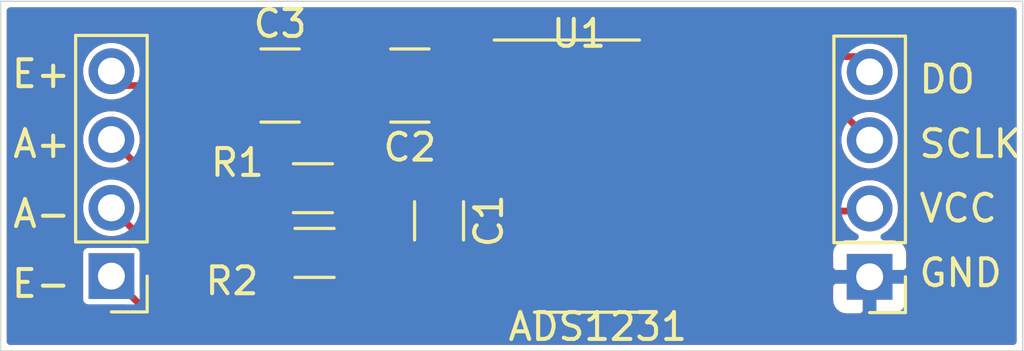
<source format=kicad_pcb>
(kicad_pcb (version 20171130) (host pcbnew 5.1.5+dfsg1-2build2)

  (general
    (thickness 1.6)
    (drawings 12)
    (tracks 59)
    (zones 0)
    (modules 8)
    (nets 13)
  )

  (page A4)
  (layers
    (0 F.Cu signal)
    (31 B.Cu signal)
    (32 B.Adhes user)
    (33 F.Adhes user)
    (34 B.Paste user)
    (35 F.Paste user)
    (36 B.SilkS user)
    (37 F.SilkS user)
    (38 B.Mask user)
    (39 F.Mask user hide)
    (40 Dwgs.User user)
    (41 Cmts.User user hide)
    (42 Eco1.User user hide)
    (43 Eco2.User user hide)
    (44 Edge.Cuts user)
    (45 Margin user)
    (46 B.CrtYd user)
    (47 F.CrtYd user)
    (48 B.Fab user)
    (49 F.Fab user)
  )

  (setup
    (last_trace_width 0.25)
    (trace_clearance 0.2)
    (zone_clearance 0.2)
    (zone_45_only no)
    (trace_min 0.2)
    (via_size 0.8)
    (via_drill 0.4)
    (via_min_size 0.4)
    (via_min_drill 0.3)
    (uvia_size 0.3)
    (uvia_drill 0.1)
    (uvias_allowed no)
    (uvia_min_size 0.2)
    (uvia_min_drill 0.1)
    (edge_width 0.05)
    (segment_width 0.2)
    (pcb_text_width 0.3)
    (pcb_text_size 1.5 1.5)
    (mod_edge_width 0.12)
    (mod_text_size 1 1)
    (mod_text_width 0.15)
    (pad_size 1.524 1.524)
    (pad_drill 0.762)
    (pad_to_mask_clearance 0)
    (aux_axis_origin 0 0)
    (visible_elements 7FFFFFFF)
    (pcbplotparams
      (layerselection 0x21000_ffffffff)
      (usegerberextensions false)
      (usegerberattributes true)
      (usegerberadvancedattributes true)
      (creategerberjobfile true)
      (excludeedgelayer true)
      (linewidth 0.100000)
      (plotframeref false)
      (viasonmask false)
      (mode 1)
      (useauxorigin false)
      (hpglpennumber 1)
      (hpglpenspeed 20)
      (hpglpendiameter 15.000000)
      (psnegative false)
      (psa4output false)
      (plotreference true)
      (plotvalue true)
      (plotinvisibletext false)
      (padsonsilk false)
      (subtractmaskfromsilk false)
      (outputformat 1)
      (mirror false)
      (drillshape 0)
      (scaleselection 1)
      (outputdirectory "fabric/"))
  )

  (net 0 "")
  (net 1 "Net-(C1-Pad2)")
  (net 2 "Net-(C1-Pad1)")
  (net 3 "Net-(C2-Pad1)")
  (net 4 "Net-(C2-Pad2)")
  (net 5 /E+)
  (net 6 GND)
  (net 7 /CLK)
  (net 8 /DO)
  (net 9 /E-)
  (net 10 /A+)
  (net 11 /A-)
  (net 12 "Net-(U1-Pad3)")

  (net_class Default "This is the default net class."
    (clearance 0.2)
    (trace_width 0.25)
    (via_dia 0.8)
    (via_drill 0.4)
    (uvia_dia 0.3)
    (uvia_drill 0.1)
    (add_net /A+)
    (add_net /A-)
    (add_net /CLK)
    (add_net /DO)
    (add_net /E+)
    (add_net /E-)
    (add_net "Net-(C1-Pad1)")
    (add_net "Net-(C1-Pad2)")
    (add_net "Net-(C2-Pad1)")
    (add_net "Net-(C2-Pad2)")
    (add_net "Net-(U1-Pad3)")
  )

  (net_class Alimentation ""
    (clearance 0.2)
    (trace_width 0.25)
    (via_dia 0.8)
    (via_drill 0.4)
    (uvia_dia 0.3)
    (uvia_drill 0.1)
    (add_net GND)
  )

  (module Connector_PinHeader_2.54mm:PinHeader_1x04_P2.54mm_Vertical (layer F.Cu) (tedit 59FED5CC) (tstamp 601DB20C)
    (at 47.117 98.219 180)
    (descr "Through hole straight pin header, 1x04, 2.54mm pitch, single row")
    (tags "Through hole pin header THT 1x04 2.54mm single row")
    (path /601CA642)
    (fp_text reference P1 (at -2.081 0.283) (layer F.SilkS) hide
      (effects (font (size 1 1) (thickness 0.15)))
    )
    (fp_text value " " (at 4.05 4.35) (layer F.SilkS) hide
      (effects (font (size 1 1) (thickness 0.15)))
    )
    (fp_text user %R (at -2.483 3.719) (layer F.Fab) hide
      (effects (font (size 1 1) (thickness 0.15)))
    )
    (fp_line (start -0.635 -1.27) (end 1.27 -1.27) (layer F.Fab) (width 0.1))
    (fp_line (start 1.27 -1.27) (end 1.27 8.89) (layer F.Fab) (width 0.1))
    (fp_line (start 1.27 8.89) (end -1.27 8.89) (layer F.Fab) (width 0.1))
    (fp_line (start -1.27 8.89) (end -1.27 -0.635) (layer F.Fab) (width 0.1))
    (fp_line (start -1.27 -0.635) (end -0.635 -1.27) (layer F.Fab) (width 0.1))
    (fp_line (start -1.33 8.95) (end 1.33 8.95) (layer F.SilkS) (width 0.12))
    (fp_line (start -1.33 1.27) (end -1.33 8.95) (layer F.SilkS) (width 0.12))
    (fp_line (start 1.33 1.27) (end 1.33 8.95) (layer F.SilkS) (width 0.12))
    (fp_line (start -1.33 1.27) (end 1.33 1.27) (layer F.SilkS) (width 0.12))
    (fp_line (start -1.33 0) (end -1.33 -1.33) (layer F.SilkS) (width 0.12))
    (fp_line (start -1.33 -1.33) (end 0 -1.33) (layer F.SilkS) (width 0.12))
    (fp_line (start -1.8 -1.8) (end -1.8 9.4) (layer F.CrtYd) (width 0.05))
    (fp_line (start -1.8 9.4) (end 1.8 9.4) (layer F.CrtYd) (width 0.05))
    (fp_line (start 1.8 9.4) (end 1.8 -1.8) (layer F.CrtYd) (width 0.05))
    (fp_line (start 1.8 -1.8) (end -1.8 -1.8) (layer F.CrtYd) (width 0.05))
    (pad 4 thru_hole oval (at 0 7.62 180) (size 1.7 1.7) (drill 1) (layers *.Cu *.Mask)
      (net 5 /E+))
    (pad 3 thru_hole oval (at 0 5.08 180) (size 1.7 1.7) (drill 1) (layers *.Cu *.Mask)
      (net 10 /A+))
    (pad 2 thru_hole oval (at 0 2.54 180) (size 1.7 1.7) (drill 1) (layers *.Cu *.Mask)
      (net 11 /A-))
    (pad 1 thru_hole rect (at 0 0 180) (size 1.7 1.7) (drill 1) (layers *.Cu *.Mask)
      (net 9 /E-))
    (model ${KISYS3DMOD}/Connector_PinHeader_2.54mm.3dshapes/PinHeader_1x04_P2.54mm_Vertical.wrl
      (at (xyz 0 0 0))
      (scale (xyz 1 1 1))
      (rotate (xyz 0 0 0))
    )
  )

  (module Connector_PinHeader_2.54mm:PinHeader_1x04_P2.54mm_Vertical locked (layer F.Cu) (tedit 59FED5CC) (tstamp 601C67D1)
    (at 75.311 98.244 180)
    (descr "Through hole straight pin header, 1x04, 2.54mm pitch, single row")
    (tags "Through hole pin header THT 1x04 2.54mm single row")
    (path /601C0F0B)
    (fp_text reference J1 (at 2.811 0.044) (layer F.Fab)
      (effects (font (size 1 1) (thickness 0.15)))
    )
    (fp_text value " " (at 4.05 4.35) (layer F.SilkS) hide
      (effects (font (size 1 1) (thickness 0.15)))
    )
    (fp_text user %R (at 2.211 8.444) (layer F.Fab)
      (effects (font (size 1 1) (thickness 0.15)))
    )
    (fp_line (start -0.635 -1.27) (end 1.27 -1.27) (layer F.Fab) (width 0.1))
    (fp_line (start 1.27 -1.27) (end 1.27 8.89) (layer F.Fab) (width 0.1))
    (fp_line (start 1.27 8.89) (end -1.27 8.89) (layer F.Fab) (width 0.1))
    (fp_line (start -1.27 8.89) (end -1.27 -0.635) (layer F.Fab) (width 0.1))
    (fp_line (start -1.27 -0.635) (end -0.635 -1.27) (layer F.Fab) (width 0.1))
    (fp_line (start -1.33 8.95) (end 1.33 8.95) (layer F.SilkS) (width 0.12))
    (fp_line (start -1.33 1.27) (end -1.33 8.95) (layer F.SilkS) (width 0.12))
    (fp_line (start 1.33 1.27) (end 1.33 8.95) (layer F.SilkS) (width 0.12))
    (fp_line (start -1.33 1.27) (end 1.33 1.27) (layer F.SilkS) (width 0.12))
    (fp_line (start -1.33 0) (end -1.33 -1.33) (layer F.SilkS) (width 0.12))
    (fp_line (start -1.33 -1.33) (end 0 -1.33) (layer F.SilkS) (width 0.12))
    (fp_line (start -1.8 -1.8) (end -1.8 9.4) (layer F.CrtYd) (width 0.05))
    (fp_line (start -1.8 9.4) (end 1.8 9.4) (layer F.CrtYd) (width 0.05))
    (fp_line (start 1.8 9.4) (end 1.8 -1.8) (layer F.CrtYd) (width 0.05))
    (fp_line (start 1.8 -1.8) (end -1.8 -1.8) (layer F.CrtYd) (width 0.05))
    (pad 4 thru_hole oval (at 0 7.62 180) (size 1.7 1.7) (drill 1) (layers *.Cu *.Mask)
      (net 8 /DO))
    (pad 3 thru_hole oval (at 0 5.08 180) (size 1.7 1.7) (drill 1) (layers *.Cu *.Mask)
      (net 7 /CLK))
    (pad 2 thru_hole oval (at 0 2.54 180) (size 1.7 1.7) (drill 1) (layers *.Cu *.Mask)
      (net 5 /E+))
    (pad 1 thru_hole rect (at 0 0 180) (size 1.7 1.7) (drill 1) (layers *.Cu *.Mask)
      (net 6 GND))
    (model ${KISYS3DMOD}/Connector_PinHeader_2.54mm.3dshapes/PinHeader_1x04_P2.54mm_Vertical.wrl
      (at (xyz 0 0 0))
      (scale (xyz 1 1 1))
      (rotate (xyz 0 0 0))
    )
  )

  (module Package_SO:SO-16_3.9x9.9mm_P1.27mm (layer F.Cu) (tedit 5E888720) (tstamp 602113F2)
    (at 64.8 94.5)
    (descr "SO, 16 Pin (https://www.nxp.com/docs/en/package-information/SOT109-1.pdf), generated with kicad-footprint-generator ipc_gullwing_generator.py")
    (tags "SO SO")
    (path /601C0034)
    (attr smd)
    (fp_text reference U1 (at -0.3 -5.3) (layer F.SilkS)
      (effects (font (size 1 1) (thickness 0.15)))
    )
    (fp_text value ADS1231 (at 0.4 5.6 180) (layer F.SilkS)
      (effects (font (size 1 1) (thickness 0.15)))
    )
    (fp_line (start 3.7 -5.2) (end -3.7 -5.2) (layer F.CrtYd) (width 0.05))
    (fp_line (start 3.7 5.2) (end 3.7 -5.2) (layer F.CrtYd) (width 0.05))
    (fp_line (start -3.7 5.2) (end 3.7 5.2) (layer F.CrtYd) (width 0.05))
    (fp_line (start -3.7 -5.2) (end -3.7 5.2) (layer F.CrtYd) (width 0.05))
    (fp_line (start -1.95 -3.975) (end -0.975 -4.95) (layer F.Fab) (width 0.1))
    (fp_line (start -1.95 4.95) (end -1.95 -3.975) (layer F.Fab) (width 0.1))
    (fp_line (start 1.95 4.95) (end -1.95 4.95) (layer F.Fab) (width 0.1))
    (fp_line (start 1.95 -4.95) (end 1.95 4.95) (layer F.Fab) (width 0.1))
    (fp_line (start -0.975 -4.95) (end 1.95 -4.95) (layer F.Fab) (width 0.1))
    (fp_line (start 0 -5.06) (end -3.45 -5.06) (layer F.SilkS) (width 0.12))
    (fp_line (start 0 -5.06) (end 1.95 -5.06) (layer F.SilkS) (width 0.12))
    (fp_line (start 0 5.06) (end -1.95 5.06) (layer F.SilkS) (width 0.12))
    (fp_line (start 0 5.06) (end 1.95 5.06) (layer F.SilkS) (width 0.12))
    (fp_text user %R (at 0 -0.025) (layer F.Fab)
      (effects (font (size 0.98 0.98) (thickness 0.15)))
    )
    (pad 1 smd roundrect (at -2.575 -4.445) (size 1.75 0.6) (layers F.Cu F.Paste F.Mask) (roundrect_rratio 0.25)
      (net 5 /E+))
    (pad 2 smd roundrect (at -2.575 -3.175) (size 1.75 0.6) (layers F.Cu F.Paste F.Mask) (roundrect_rratio 0.25)
      (net 6 GND))
    (pad 3 smd roundrect (at -2.575 -1.905) (size 1.75 0.6) (layers F.Cu F.Paste F.Mask) (roundrect_rratio 0.25)
      (net 12 "Net-(U1-Pad3)"))
    (pad 4 smd roundrect (at -2.575 -0.635) (size 1.75 0.6) (layers F.Cu F.Paste F.Mask) (roundrect_rratio 0.25)
      (net 6 GND))
    (pad 5 smd roundrect (at -2.575 0.635) (size 1.75 0.6) (layers F.Cu F.Paste F.Mask) (roundrect_rratio 0.25)
      (net 3 "Net-(C2-Pad1)"))
    (pad 6 smd roundrect (at -2.575 1.905) (size 1.75 0.6) (layers F.Cu F.Paste F.Mask) (roundrect_rratio 0.25)
      (net 4 "Net-(C2-Pad2)"))
    (pad 7 smd roundrect (at -2.575 3.175) (size 1.75 0.6) (layers F.Cu F.Paste F.Mask) (roundrect_rratio 0.25)
      (net 2 "Net-(C1-Pad1)"))
    (pad 8 smd roundrect (at -2.575 4.445) (size 1.75 0.6) (layers F.Cu F.Paste F.Mask) (roundrect_rratio 0.25)
      (net 1 "Net-(C1-Pad2)"))
    (pad 9 smd roundrect (at 2.575 4.445) (size 1.75 0.6) (layers F.Cu F.Paste F.Mask) (roundrect_rratio 0.25)
      (net 9 /E-))
    (pad 10 smd roundrect (at 2.575 3.175) (size 1.75 0.6) (layers F.Cu F.Paste F.Mask) (roundrect_rratio 0.25)
      (net 5 /E+))
    (pad 11 smd roundrect (at 2.575 1.905) (size 1.75 0.6) (layers F.Cu F.Paste F.Mask) (roundrect_rratio 0.25)
      (net 6 GND))
    (pad 12 smd roundrect (at 2.575 0.635) (size 1.75 0.6) (layers F.Cu F.Paste F.Mask) (roundrect_rratio 0.25)
      (net 9 /E-))
    (pad 13 smd roundrect (at 2.575 -0.635) (size 1.75 0.6) (layers F.Cu F.Paste F.Mask) (roundrect_rratio 0.25)
      (net 5 /E+))
    (pad 14 smd roundrect (at 2.575 -1.905) (size 1.75 0.6) (layers F.Cu F.Paste F.Mask) (roundrect_rratio 0.25)
      (net 5 /E+))
    (pad 15 smd roundrect (at 2.575 -3.175) (size 1.75 0.6) (layers F.Cu F.Paste F.Mask) (roundrect_rratio 0.25)
      (net 7 /CLK))
    (pad 16 smd roundrect (at 2.575 -4.445) (size 1.75 0.6) (layers F.Cu F.Paste F.Mask) (roundrect_rratio 0.25)
      (net 8 /DO))
    (model ${KISYS3DMOD}/Package_SO.3dshapes/SO-16_3.9x9.9mm_P1.27mm.wrl
      (at (xyz 0 0 0))
      (scale (xyz 1 1 1))
      (rotate (xyz 0 0 0))
    )
  )

  (module Capacitor_SMD:C_1210_3225Metric (layer F.Cu) (tedit 5F68FEEE) (tstamp 601DB13D)
    (at 58.215 91.132 180)
    (descr "Capacitor SMD 1210 (3225 Metric), square (rectangular) end terminal, IPC_7351 nominal, (Body size source: IPC-SM-782 page 76, https://www.pcb-3d.com/wordpress/wp-content/uploads/ipc-sm-782a_amendment_1_and_2.pdf), generated with kicad-footprint-generator")
    (tags capacitor)
    (path /601C89B4)
    (attr smd)
    (fp_text reference C2 (at 0 -2.3) (layer F.SilkS)
      (effects (font (size 1 1) (thickness 0.15)))
    )
    (fp_text value 0.1u (at 0 2.3) (layer F.Fab)
      (effects (font (size 1 1) (thickness 0.15)))
    )
    (fp_text user %R (at 0 0) (layer F.Fab)
      (effects (font (size 0.8 0.8) (thickness 0.12)))
    )
    (fp_line (start 2.3 1.6) (end -2.3 1.6) (layer F.CrtYd) (width 0.05))
    (fp_line (start 2.3 -1.6) (end 2.3 1.6) (layer F.CrtYd) (width 0.05))
    (fp_line (start -2.3 -1.6) (end 2.3 -1.6) (layer F.CrtYd) (width 0.05))
    (fp_line (start -2.3 1.6) (end -2.3 -1.6) (layer F.CrtYd) (width 0.05))
    (fp_line (start -0.711252 1.36) (end 0.711252 1.36) (layer F.SilkS) (width 0.12))
    (fp_line (start -0.711252 -1.36) (end 0.711252 -1.36) (layer F.SilkS) (width 0.12))
    (fp_line (start 1.6 1.25) (end -1.6 1.25) (layer F.Fab) (width 0.1))
    (fp_line (start 1.6 -1.25) (end 1.6 1.25) (layer F.Fab) (width 0.1))
    (fp_line (start -1.6 -1.25) (end 1.6 -1.25) (layer F.Fab) (width 0.1))
    (fp_line (start -1.6 1.25) (end -1.6 -1.25) (layer F.Fab) (width 0.1))
    (pad 2 smd roundrect (at 1.475 0 180) (size 1.15 2.7) (layers F.Cu F.Paste F.Mask) (roundrect_rratio 0.2173904347826087)
      (net 4 "Net-(C2-Pad2)"))
    (pad 1 smd roundrect (at -1.475 0 180) (size 1.15 2.7) (layers F.Cu F.Paste F.Mask) (roundrect_rratio 0.2173904347826087)
      (net 3 "Net-(C2-Pad1)"))
    (model ${KISYS3DMOD}/Capacitor_SMD.3dshapes/C_1210_3225Metric.wrl
      (at (xyz 0 0 0))
      (scale (xyz 1 1 1))
      (rotate (xyz 0 0 0))
    )
  )

  (module Capacitor_SMD:C_1206_3216Metric (layer F.Cu) (tedit 5F68FEEE) (tstamp 601C6790)
    (at 59.3 96.163 270)
    (descr "Capacitor SMD 1206 (3216 Metric), square (rectangular) end terminal, IPC_7351 nominal, (Body size source: IPC-SM-782 page 76, https://www.pcb-3d.com/wordpress/wp-content/uploads/ipc-sm-782a_amendment_1_and_2.pdf), generated with kicad-footprint-generator")
    (tags capacitor)
    (path /601D33F5)
    (attr smd)
    (fp_text reference C1 (at 0 -1.85 90) (layer F.SilkS)
      (effects (font (size 1 1) (thickness 0.15)))
    )
    (fp_text value 0.1u (at 3.137 0.2 180) (layer F.Fab)
      (effects (font (size 1 1) (thickness 0.15)))
    )
    (fp_text user %R (at -0.05 0.05 90) (layer F.Fab)
      (effects (font (size 0.8 0.8) (thickness 0.12)))
    )
    (fp_line (start 2.3 1.15) (end -2.3 1.15) (layer F.CrtYd) (width 0.05))
    (fp_line (start 2.3 -1.15) (end 2.3 1.15) (layer F.CrtYd) (width 0.05))
    (fp_line (start -2.3 -1.15) (end 2.3 -1.15) (layer F.CrtYd) (width 0.05))
    (fp_line (start -2.3 1.15) (end -2.3 -1.15) (layer F.CrtYd) (width 0.05))
    (fp_line (start -0.711252 0.91) (end 0.711252 0.91) (layer F.SilkS) (width 0.12))
    (fp_line (start -0.711252 -0.91) (end 0.711252 -0.91) (layer F.SilkS) (width 0.12))
    (fp_line (start 1.6 0.8) (end -1.6 0.8) (layer F.Fab) (width 0.1))
    (fp_line (start 1.6 -0.8) (end 1.6 0.8) (layer F.Fab) (width 0.1))
    (fp_line (start -1.6 -0.8) (end 1.6 -0.8) (layer F.Fab) (width 0.1))
    (fp_line (start -1.6 0.8) (end -1.6 -0.8) (layer F.Fab) (width 0.1))
    (pad 2 smd roundrect (at 1.475 0 270) (size 1.15 1.8) (layers F.Cu F.Paste F.Mask) (roundrect_rratio 0.2173904347826087)
      (net 1 "Net-(C1-Pad2)"))
    (pad 1 smd roundrect (at -1.475 0 270) (size 1.15 1.8) (layers F.Cu F.Paste F.Mask) (roundrect_rratio 0.2173904347826087)
      (net 2 "Net-(C1-Pad1)"))
    (model ${KISYS3DMOD}/Capacitor_SMD.3dshapes/C_1206_3216Metric.wrl
      (at (xyz 0 0 0))
      (scale (xyz 1 1 1))
      (rotate (xyz 0 0 0))
    )
  )

  (module Resistor_SMD:R_1206_3216Metric (layer F.Cu) (tedit 5F68FEEE) (tstamp 601C6808)
    (at 54.6115 94.95 180)
    (descr "Resistor SMD 1206 (3216 Metric), square (rectangular) end terminal, IPC_7351 nominal, (Body size source: IPC-SM-782 page 72, https://www.pcb-3d.com/wordpress/wp-content/uploads/ipc-sm-782a_amendment_1_and_2.pdf), generated with kicad-footprint-generator")
    (tags resistor)
    (path /601C2210)
    (attr smd)
    (fp_text reference R1 (at 2.8115 0.95) (layer F.SilkS)
      (effects (font (size 1 1) (thickness 0.15)))
    )
    (fp_text value 100 (at 1.4115 1.45) (layer F.Fab)
      (effects (font (size 1 1) (thickness 0.15)))
    )
    (fp_text user %R (at 0 0) (layer F.Fab)
      (effects (font (size 0.8 0.8) (thickness 0.12)))
    )
    (fp_line (start -1.6 0.8) (end -1.6 -0.8) (layer F.Fab) (width 0.1))
    (fp_line (start -1.6 -0.8) (end 1.6 -0.8) (layer F.Fab) (width 0.1))
    (fp_line (start 1.6 -0.8) (end 1.6 0.8) (layer F.Fab) (width 0.1))
    (fp_line (start 1.6 0.8) (end -1.6 0.8) (layer F.Fab) (width 0.1))
    (fp_line (start -0.727064 -0.91) (end 0.727064 -0.91) (layer F.SilkS) (width 0.12))
    (fp_line (start -0.727064 0.91) (end 0.727064 0.91) (layer F.SilkS) (width 0.12))
    (fp_line (start -2.28 1.12) (end -2.28 -1.12) (layer F.CrtYd) (width 0.05))
    (fp_line (start -2.28 -1.12) (end 2.28 -1.12) (layer F.CrtYd) (width 0.05))
    (fp_line (start 2.28 -1.12) (end 2.28 1.12) (layer F.CrtYd) (width 0.05))
    (fp_line (start 2.28 1.12) (end -2.28 1.12) (layer F.CrtYd) (width 0.05))
    (pad 1 smd roundrect (at -1.4625 0 180) (size 1.125 1.75) (layers F.Cu F.Paste F.Mask) (roundrect_rratio 0.2222204444444444)
      (net 2 "Net-(C1-Pad1)"))
    (pad 2 smd roundrect (at 1.4625 0 180) (size 1.125 1.75) (layers F.Cu F.Paste F.Mask) (roundrect_rratio 0.2222204444444444)
      (net 10 /A+))
    (model ${KISYS3DMOD}/Resistor_SMD.3dshapes/R_1206_3216Metric.wrl
      (at (xyz 0 0 0))
      (scale (xyz 1 1 1))
      (rotate (xyz 0 0 0))
    )
  )

  (module Resistor_SMD:R_1206_3216Metric (layer F.Cu) (tedit 5F68FEEE) (tstamp 601C6819)
    (at 54.6715 97.355 180)
    (descr "Resistor SMD 1206 (3216 Metric), square (rectangular) end terminal, IPC_7351 nominal, (Body size source: IPC-SM-782 page 72, https://www.pcb-3d.com/wordpress/wp-content/uploads/ipc-sm-782a_amendment_1_and_2.pdf), generated with kicad-footprint-generator")
    (tags resistor)
    (path /601D1ECF)
    (attr smd)
    (fp_text reference R2 (at 3.0715 -1.045) (layer F.SilkS)
      (effects (font (size 1 1) (thickness 0.15)))
    )
    (fp_text value 100 (at 1.3715 -1.845) (layer F.Fab)
      (effects (font (size 1 1) (thickness 0.15)))
    )
    (fp_text user %R (at 0 0) (layer F.Fab)
      (effects (font (size 0.8 0.8) (thickness 0.12)))
    )
    (fp_line (start 2.28 1.12) (end -2.28 1.12) (layer F.CrtYd) (width 0.05))
    (fp_line (start 2.28 -1.12) (end 2.28 1.12) (layer F.CrtYd) (width 0.05))
    (fp_line (start -2.28 -1.12) (end 2.28 -1.12) (layer F.CrtYd) (width 0.05))
    (fp_line (start -2.28 1.12) (end -2.28 -1.12) (layer F.CrtYd) (width 0.05))
    (fp_line (start -0.727064 0.91) (end 0.727064 0.91) (layer F.SilkS) (width 0.12))
    (fp_line (start -0.727064 -0.91) (end 0.727064 -0.91) (layer F.SilkS) (width 0.12))
    (fp_line (start 1.6 0.8) (end -1.6 0.8) (layer F.Fab) (width 0.1))
    (fp_line (start 1.6 -0.8) (end 1.6 0.8) (layer F.Fab) (width 0.1))
    (fp_line (start -1.6 -0.8) (end 1.6 -0.8) (layer F.Fab) (width 0.1))
    (fp_line (start -1.6 0.8) (end -1.6 -0.8) (layer F.Fab) (width 0.1))
    (pad 2 smd roundrect (at 1.4625 0 180) (size 1.125 1.75) (layers F.Cu F.Paste F.Mask) (roundrect_rratio 0.2222204444444444)
      (net 11 /A-))
    (pad 1 smd roundrect (at -1.4625 0 180) (size 1.125 1.75) (layers F.Cu F.Paste F.Mask) (roundrect_rratio 0.2222204444444444)
      (net 1 "Net-(C1-Pad2)"))
    (model ${KISYS3DMOD}/Resistor_SMD.3dshapes/R_1206_3216Metric.wrl
      (at (xyz 0 0 0))
      (scale (xyz 1 1 1))
      (rotate (xyz 0 0 0))
    )
  )

  (module Capacitor_SMD:C_1210_3225Metric (layer F.Cu) (tedit 5F68FEEE) (tstamp 601DB14D)
    (at 53.389 91.132)
    (descr "Capacitor SMD 1210 (3225 Metric), square (rectangular) end terminal, IPC_7351 nominal, (Body size source: IPC-SM-782 page 76, https://www.pcb-3d.com/wordpress/wp-content/uploads/ipc-sm-782a_amendment_1_and_2.pdf), generated with kicad-footprint-generator")
    (tags capacitor)
    (path /601CCF04)
    (attr smd)
    (fp_text reference C3 (at 0 -2.3) (layer F.SilkS)
      (effects (font (size 1 1) (thickness 0.15)))
    )
    (fp_text value 100n (at 0.111 -2.332 180) (layer F.Fab)
      (effects (font (size 1 1) (thickness 0.15)))
    )
    (fp_text user %R (at 0 0 270) (layer F.Fab)
      (effects (font (size 0.8 0.8) (thickness 0.12)))
    )
    (fp_line (start -1.6 1.25) (end -1.6 -1.25) (layer F.Fab) (width 0.1))
    (fp_line (start -1.6 -1.25) (end 1.6 -1.25) (layer F.Fab) (width 0.1))
    (fp_line (start 1.6 -1.25) (end 1.6 1.25) (layer F.Fab) (width 0.1))
    (fp_line (start 1.6 1.25) (end -1.6 1.25) (layer F.Fab) (width 0.1))
    (fp_line (start -0.711252 -1.36) (end 0.711252 -1.36) (layer F.SilkS) (width 0.12))
    (fp_line (start -0.711252 1.36) (end 0.711252 1.36) (layer F.SilkS) (width 0.12))
    (fp_line (start -2.3 1.6) (end -2.3 -1.6) (layer F.CrtYd) (width 0.05))
    (fp_line (start -2.3 -1.6) (end 2.3 -1.6) (layer F.CrtYd) (width 0.05))
    (fp_line (start 2.3 -1.6) (end 2.3 1.6) (layer F.CrtYd) (width 0.05))
    (fp_line (start 2.3 1.6) (end -2.3 1.6) (layer F.CrtYd) (width 0.05))
    (pad 1 smd roundrect (at -1.475 0) (size 1.15 2.7) (layers F.Cu F.Paste F.Mask) (roundrect_rratio 0.2173904347826087)
      (net 5 /E+))
    (pad 2 smd roundrect (at 1.475 0) (size 1.15 2.7) (layers F.Cu F.Paste F.Mask) (roundrect_rratio 0.2173904347826087)
      (net 6 GND))
    (model ${KISYS3DMOD}/Capacitor_SMD.3dshapes/C_1210_3225Metric.wrl
      (at (xyz 0 0 0))
      (scale (xyz 1 1 1))
      (rotate (xyz 0 0 0))
    )
  )

  (gr_text GND (at 78.695238 98.1) (layer F.SilkS) (tstamp 6022B7AF)
    (effects (font (size 1 1) (thickness 0.15)))
  )
  (gr_text VCC (at 78.6 95.7) (layer F.SilkS) (tstamp 6022B7AD)
    (effects (font (size 1 1) (thickness 0.15)))
  )
  (gr_text SCLK (at 79.052381 93.3) (layer F.SilkS) (tstamp 6022B7AB)
    (effects (font (size 1 1) (thickness 0.15)))
  )
  (gr_text DO (at 78.195238 90.9) (layer F.SilkS) (tstamp 6022B7A9)
    (effects (font (size 1 1) (thickness 0.15)))
  )
  (gr_text E- (at 44.5 98.5) (layer F.SilkS) (tstamp 6022B7A0)
    (effects (font (size 1 1) (thickness 0.15)))
  )
  (gr_text A- (at 44.52381 95.9) (layer F.SilkS) (tstamp 6022B79D)
    (effects (font (size 1 1) (thickness 0.15)))
  )
  (gr_text A+ (at 44.52381 93.3) (layer F.SilkS) (tstamp 6022B79B)
    (effects (font (size 1 1) (thickness 0.15)))
  )
  (gr_text E+ (at 44.5 90.7) (layer F.SilkS)
    (effects (font (size 1 1) (thickness 0.15)))
  )
  (gr_line (start 81 88) (end 43 88) (layer Edge.Cuts) (width 0.05) (tstamp 60225444))
  (gr_line (start 81 101) (end 81 88) (layer Edge.Cuts) (width 0.05) (tstamp 6022AA98))
  (gr_line (start 43 101) (end 81 101) (layer Edge.Cuts) (width 0.05))
  (gr_line (start 43 88) (end 43 101) (layer Edge.Cuts) (width 0.05))

  (segment (start 60.607 98.945) (end 59.3 97.638) (width 0.25) (layer F.Cu) (net 1))
  (segment (start 62.225 98.945) (end 60.607 98.945) (width 0.25) (layer F.Cu) (net 1))
  (segment (start 56.417 97.638) (end 56.134 97.355) (width 0.25) (layer F.Cu) (net 1))
  (segment (start 59.3 97.638) (end 56.417 97.638) (width 0.25) (layer F.Cu) (net 1))
  (segment (start 59.3 95.84981) (end 59.3 94.688) (width 0.25) (layer F.Cu) (net 2))
  (segment (start 61.12519 97.675) (end 59.3 95.84981) (width 0.25) (layer F.Cu) (net 2))
  (segment (start 62.225 97.675) (end 61.12519 97.675) (width 0.25) (layer F.Cu) (net 2))
  (segment (start 56.336 94.688) (end 56.074 94.95) (width 0.25) (layer F.Cu) (net 2))
  (segment (start 59.3 94.688) (end 56.336 94.688) (width 0.25) (layer F.Cu) (net 2))
  (segment (start 62.225 95.135) (end 61.35 95.135) (width 0.25) (layer F.Cu) (net 3))
  (segment (start 61.35 95.135) (end 60.975021 94.760021) (width 0.25) (layer F.Cu) (net 3))
  (segment (start 60.975021 94.760021) (end 60.975021 92.417021) (width 0.25) (layer F.Cu) (net 3))
  (segment (start 60.975021 92.417021) (end 59.69 91.132) (width 0.25) (layer F.Cu) (net 3))
  (segment (start 59.2072 92.80701) (end 58.41501 92.80701) (width 0.25) (layer F.Cu) (net 4))
  (segment (start 58.41501 92.80701) (end 56.74 91.132) (width 0.25) (layer F.Cu) (net 4))
  (segment (start 60.52501 94.12482) (end 59.2072 92.80701) (width 0.25) (layer F.Cu) (net 4))
  (segment (start 62.225 96.405) (end 61.35 96.405) (width 0.25) (layer F.Cu) (net 4))
  (segment (start 61.35 96.405) (end 60.52501 95.58001) (width 0.25) (layer F.Cu) (net 4))
  (segment (start 60.52501 95.58001) (end 60.52501 94.12482) (width 0.25) (layer F.Cu) (net 4))
  (segment (start 47.65 91.132) (end 47.117 90.599) (width 0.25) (layer F.Cu) (net 5))
  (segment (start 51.914 91.132) (end 47.65 91.132) (width 0.25) (layer F.Cu) (net 5))
  (segment (start 67.375 92.595) (end 67.375 93.865) (width 0.25) (layer F.Cu) (net 5))
  (segment (start 51.914 91.132) (end 53.946 89.1) (width 0.25) (layer F.Cu) (net 5))
  (segment (start 61.27 89.1) (end 61.935 89.765) (width 0.25) (layer F.Cu) (net 5))
  (segment (start 53.946 89.1) (end 61.27 89.1) (width 0.25) (layer F.Cu) (net 5))
  (segment (start 62.225 90.055) (end 61.935 89.765) (width 0.25) (layer F.Cu) (net 5))
  (segment (start 62.225 90.055) (end 63.455 90.055) (width 0.25) (layer F.Cu) (net 5))
  (segment (start 65.995 92.595) (end 66.495 92.595) (width 0.25) (layer F.Cu) (net 5))
  (segment (start 63.455 90.055) (end 65.995 92.595) (width 0.25) (layer F.Cu) (net 5))
  (segment (start 67.375 92.595) (end 66.495 92.595) (width 0.25) (layer F.Cu) (net 5))
  (segment (start 67.375 97.675) (end 68.725 97.675) (width 0.25) (layer F.Cu) (net 5))
  (segment (start 68.725 97.675) (end 69.1 97.3) (width 0.25) (layer F.Cu) (net 5))
  (segment (start 75.215 95.8) (end 75.311 95.704) (width 0.25) (layer F.Cu) (net 5))
  (segment (start 69.1 95.8) (end 75.215 95.8) (width 0.25) (layer F.Cu) (net 5))
  (segment (start 69.1 97.3) (end 69.1 95.8) (width 0.25) (layer F.Cu) (net 5))
  (segment (start 67.375 93.865) (end 68.565 93.865) (width 0.25) (layer F.Cu) (net 5))
  (segment (start 69.1 94.4) (end 69.1 94.9) (width 0.25) (layer F.Cu) (net 5))
  (segment (start 68.565 93.865) (end 69.1 94.4) (width 0.25) (layer F.Cu) (net 5))
  (segment (start 69.1 95.8) (end 69.1 94.9) (width 0.25) (layer F.Cu) (net 5))
  (segment (start 71.059 91.325) (end 67.375 91.325) (width 0.25) (layer F.Cu) (net 7))
  (segment (start 73.472 91.325) (end 75.311 93.164) (width 0.25) (layer F.Cu) (net 7))
  (segment (start 67.375 91.325) (end 73.472 91.325) (width 0.25) (layer F.Cu) (net 7))
  (segment (start 74.742 90.055) (end 75.311 90.624) (width 0.25) (layer F.Cu) (net 8))
  (segment (start 67.375 90.055) (end 74.742 90.055) (width 0.25) (layer F.Cu) (net 8))
  (segment (start 48.46801 99.57001) (end 47.117 98.219) (width 0.25) (layer F.Cu) (net 9))
  (segment (start 67.375 98.945) (end 67.245 98.945) (width 0.25) (layer F.Cu) (net 9))
  (segment (start 67.375 98.945) (end 65.845 98.945) (width 0.25) (layer F.Cu) (net 9))
  (segment (start 65.845 98.945) (end 65.3 98.4) (width 0.25) (layer F.Cu) (net 9))
  (segment (start 65.865 95.135) (end 67.375 95.135) (width 0.25) (layer F.Cu) (net 9))
  (segment (start 65.3 95.7) (end 65.865 95.135) (width 0.25) (layer F.Cu) (net 9))
  (segment (start 64.02999 99.57001) (end 65.3 98.3) (width 0.25) (layer F.Cu) (net 9))
  (segment (start 63.42999 99.57001) (end 64.02999 99.57001) (width 0.25) (layer F.Cu) (net 9))
  (segment (start 65.3 98.3) (end 65.3 95.7) (width 0.25) (layer F.Cu) (net 9))
  (segment (start 65.3 98.4) (end 65.3 98.3) (width 0.25) (layer F.Cu) (net 9))
  (segment (start 63.42999 99.57001) (end 48.46801 99.57001) (width 0.25) (layer F.Cu) (net 9))
  (segment (start 48.928 94.95) (end 47.117 93.139) (width 0.25) (layer F.Cu) (net 10))
  (segment (start 53.149 94.95) (end 48.928 94.95) (width 0.25) (layer F.Cu) (net 10))
  (segment (start 48.793 97.355) (end 47.117 95.679) (width 0.25) (layer F.Cu) (net 11))
  (segment (start 53.209 97.355) (end 48.793 97.355) (width 0.25) (layer F.Cu) (net 11))

  (zone (net 6) (net_name GND) (layer F.Cu) (tstamp 6022C12B) (hatch edge 0.508)
    (connect_pads (clearance 0.2))
    (min_thickness 0.254)
    (fill yes (arc_segments 32) (thermal_gap 0.508) (thermal_bridge_width 0.508))
    (polygon
      (pts
        (xy 81 101) (xy 43 101) (xy 43 88) (xy 81 88)
      )
    )
    (filled_polygon
      (pts
        (xy 80.648 100.648) (xy 43.352 100.648) (xy 43.352 97.369) (xy 45.938418 97.369) (xy 45.938418 99.069)
        (xy 45.944732 99.133103) (xy 45.96343 99.194743) (xy 45.993794 99.25155) (xy 46.034657 99.301343) (xy 46.08445 99.342206)
        (xy 46.141257 99.37257) (xy 46.202897 99.391268) (xy 46.267 99.397582) (xy 47.656358 99.397582) (xy 48.132691 99.873915)
        (xy 48.146851 99.891169) (xy 48.215677 99.947653) (xy 48.2942 99.989624) (xy 48.379402 100.01547) (xy 48.46801 100.024197)
        (xy 48.490215 100.02201) (xy 64.007785 100.02201) (xy 64.02999 100.024197) (xy 64.052195 100.02201) (xy 64.118597 100.01547)
        (xy 64.2038 99.989624) (xy 64.282323 99.947653) (xy 64.351149 99.891169) (xy 64.365313 99.87391) (xy 65.25 98.989224)
        (xy 65.509685 99.24891) (xy 65.523841 99.266159) (xy 65.592667 99.322643) (xy 65.67119 99.364614) (xy 65.736562 99.384444)
        (xy 65.756392 99.39046) (xy 65.844999 99.399187) (xy 65.867204 99.397) (xy 66.281711 99.397) (xy 66.311591 99.433409)
        (xy 66.384114 99.492926) (xy 66.466855 99.537152) (xy 66.556633 99.564386) (xy 66.65 99.573582) (xy 68.1 99.573582)
        (xy 68.193367 99.564386) (xy 68.283145 99.537152) (xy 68.365886 99.492926) (xy 68.438409 99.433409) (xy 68.497926 99.360886)
        (xy 68.542152 99.278145) (xy 68.569386 99.188367) (xy 68.578582 99.095) (xy 68.578582 99.094) (xy 73.822928 99.094)
        (xy 73.835188 99.218482) (xy 73.871498 99.33818) (xy 73.930463 99.448494) (xy 74.009815 99.545185) (xy 74.106506 99.624537)
        (xy 74.21682 99.683502) (xy 74.336518 99.719812) (xy 74.461 99.732072) (xy 75.02525 99.729) (xy 75.184 99.57025)
        (xy 75.184 98.371) (xy 75.438 98.371) (xy 75.438 99.57025) (xy 75.59675 99.729) (xy 76.161 99.732072)
        (xy 76.285482 99.719812) (xy 76.40518 99.683502) (xy 76.515494 99.624537) (xy 76.612185 99.545185) (xy 76.691537 99.448494)
        (xy 76.750502 99.33818) (xy 76.786812 99.218482) (xy 76.799072 99.094) (xy 76.796 98.52975) (xy 76.63725 98.371)
        (xy 75.438 98.371) (xy 75.184 98.371) (xy 73.98475 98.371) (xy 73.826 98.52975) (xy 73.822928 99.094)
        (xy 68.578582 99.094) (xy 68.578582 98.795) (xy 68.569386 98.701633) (xy 68.542152 98.611855) (xy 68.497926 98.529114)
        (xy 68.438409 98.456591) (xy 68.365886 98.397074) (xy 68.283145 98.352848) (xy 68.193367 98.325614) (xy 68.1 98.316418)
        (xy 66.65 98.316418) (xy 66.556633 98.325614) (xy 66.466855 98.352848) (xy 66.384114 98.397074) (xy 66.311591 98.456591)
        (xy 66.281711 98.493) (xy 66.032224 98.493) (xy 65.752 98.212776) (xy 65.752 95.887223) (xy 66.052224 95.587)
        (xy 66.13023 95.587) (xy 66.048815 95.653815) (xy 65.969463 95.750506) (xy 65.910498 95.86082) (xy 65.874188 95.980518)
        (xy 65.861928 96.105) (xy 65.865 96.11925) (xy 66.02375 96.278) (xy 67.248 96.278) (xy 67.248 96.258)
        (xy 67.502 96.258) (xy 67.502 96.278) (xy 67.522 96.278) (xy 67.522 96.532) (xy 67.502 96.532)
        (xy 67.502 96.552) (xy 67.248 96.552) (xy 67.248 96.532) (xy 66.02375 96.532) (xy 65.865 96.69075)
        (xy 65.861928 96.705) (xy 65.874188 96.829482) (xy 65.910498 96.94918) (xy 65.969463 97.059494) (xy 66.048815 97.156185)
        (xy 66.145506 97.235537) (xy 66.238194 97.285081) (xy 66.207848 97.341855) (xy 66.180614 97.431633) (xy 66.171418 97.525)
        (xy 66.171418 97.825) (xy 66.180614 97.918367) (xy 66.207848 98.008145) (xy 66.252074 98.090886) (xy 66.311591 98.163409)
        (xy 66.384114 98.222926) (xy 66.466855 98.267152) (xy 66.556633 98.294386) (xy 66.65 98.303582) (xy 68.1 98.303582)
        (xy 68.193367 98.294386) (xy 68.283145 98.267152) (xy 68.365886 98.222926) (xy 68.438409 98.163409) (xy 68.468289 98.127)
        (xy 68.702795 98.127) (xy 68.725 98.129187) (xy 68.747205 98.127) (xy 68.813607 98.12046) (xy 68.89881 98.094614)
        (xy 68.977333 98.052643) (xy 69.046159 97.996159) (xy 69.060323 97.9789) (xy 69.403911 97.635314) (xy 69.421159 97.621159)
        (xy 69.477643 97.552333) (xy 69.519614 97.47381) (xy 69.535128 97.422667) (xy 69.54546 97.388608) (xy 69.554187 97.300001)
        (xy 69.552 97.277796) (xy 69.552 96.252) (xy 74.264013 96.252) (xy 74.267956 96.261519) (xy 74.396764 96.454294)
        (xy 74.560706 96.618236) (xy 74.753481 96.747044) (xy 74.77911 96.75766) (xy 74.461 96.755928) (xy 74.336518 96.768188)
        (xy 74.21682 96.804498) (xy 74.106506 96.863463) (xy 74.009815 96.942815) (xy 73.930463 97.039506) (xy 73.871498 97.14982)
        (xy 73.835188 97.269518) (xy 73.822928 97.394) (xy 73.826 97.95825) (xy 73.98475 98.117) (xy 75.184 98.117)
        (xy 75.184 98.097) (xy 75.438 98.097) (xy 75.438 98.117) (xy 76.63725 98.117) (xy 76.796 97.95825)
        (xy 76.799072 97.394) (xy 76.786812 97.269518) (xy 76.750502 97.14982) (xy 76.691537 97.039506) (xy 76.612185 96.942815)
        (xy 76.515494 96.863463) (xy 76.40518 96.804498) (xy 76.285482 96.768188) (xy 76.161 96.755928) (xy 75.84289 96.75766)
        (xy 75.868519 96.747044) (xy 76.061294 96.618236) (xy 76.225236 96.454294) (xy 76.354044 96.261519) (xy 76.442769 96.047318)
        (xy 76.488 95.819924) (xy 76.488 95.588076) (xy 76.442769 95.360682) (xy 76.354044 95.146481) (xy 76.225236 94.953706)
        (xy 76.061294 94.789764) (xy 75.868519 94.660956) (xy 75.654318 94.572231) (xy 75.426924 94.527) (xy 75.195076 94.527)
        (xy 74.967682 94.572231) (xy 74.753481 94.660956) (xy 74.560706 94.789764) (xy 74.396764 94.953706) (xy 74.267956 95.146481)
        (xy 74.184484 95.348) (xy 69.552 95.348) (xy 69.552 94.422204) (xy 69.554187 94.399999) (xy 69.54546 94.311392)
        (xy 69.532414 94.268386) (xy 69.519614 94.22619) (xy 69.477643 94.147667) (xy 69.421159 94.078841) (xy 69.403911 94.064686)
        (xy 68.900323 93.5611) (xy 68.886159 93.543841) (xy 68.817333 93.487357) (xy 68.73881 93.445386) (xy 68.653607 93.41954)
        (xy 68.587205 93.413) (xy 68.565 93.410813) (xy 68.542795 93.413) (xy 68.468289 93.413) (xy 68.438409 93.376591)
        (xy 68.365886 93.317074) (xy 68.283145 93.272848) (xy 68.193367 93.245614) (xy 68.1 93.236418) (xy 67.827 93.236418)
        (xy 67.827 93.223582) (xy 68.1 93.223582) (xy 68.193367 93.214386) (xy 68.283145 93.187152) (xy 68.365886 93.142926)
        (xy 68.438409 93.083409) (xy 68.497926 93.010886) (xy 68.542152 92.928145) (xy 68.569386 92.838367) (xy 68.578582 92.745)
        (xy 68.578582 92.445) (xy 68.569386 92.351633) (xy 68.542152 92.261855) (xy 68.497926 92.179114) (xy 68.438409 92.106591)
        (xy 68.365886 92.047074) (xy 68.283145 92.002848) (xy 68.193367 91.975614) (xy 68.1 91.966418) (xy 66.65 91.966418)
        (xy 66.556633 91.975614) (xy 66.466855 92.002848) (xy 66.384114 92.047074) (xy 66.311591 92.106591) (xy 66.281711 92.143)
        (xy 66.182225 92.143) (xy 65.214225 91.175) (xy 66.171418 91.175) (xy 66.171418 91.475) (xy 66.180614 91.568367)
        (xy 66.207848 91.658145) (xy 66.252074 91.740886) (xy 66.311591 91.813409) (xy 66.384114 91.872926) (xy 66.466855 91.917152)
        (xy 66.556633 91.944386) (xy 66.65 91.953582) (xy 68.1 91.953582) (xy 68.193367 91.944386) (xy 68.283145 91.917152)
        (xy 68.365886 91.872926) (xy 68.438409 91.813409) (xy 68.468289 91.777) (xy 73.284777 91.777) (xy 74.222939 92.715162)
        (xy 74.179231 92.820682) (xy 74.134 93.048076) (xy 74.134 93.279924) (xy 74.179231 93.507318) (xy 74.267956 93.721519)
        (xy 74.396764 93.914294) (xy 74.560706 94.078236) (xy 74.753481 94.207044) (xy 74.967682 94.295769) (xy 75.195076 94.341)
        (xy 75.426924 94.341) (xy 75.654318 94.295769) (xy 75.868519 94.207044) (xy 76.061294 94.078236) (xy 76.225236 93.914294)
        (xy 76.354044 93.721519) (xy 76.442769 93.507318) (xy 76.488 93.279924) (xy 76.488 93.048076) (xy 76.442769 92.820682)
        (xy 76.354044 92.606481) (xy 76.225236 92.413706) (xy 76.061294 92.249764) (xy 75.868519 92.120956) (xy 75.654318 92.032231)
        (xy 75.426924 91.987) (xy 75.195076 91.987) (xy 74.967682 92.032231) (xy 74.862162 92.075939) (xy 73.807323 91.0211)
        (xy 73.793159 91.003841) (xy 73.724333 90.947357) (xy 73.64581 90.905386) (xy 73.560607 90.87954) (xy 73.494205 90.873)
        (xy 73.472 90.870813) (xy 73.449795 90.873) (xy 68.468289 90.873) (xy 68.438409 90.836591) (xy 68.365886 90.777074)
        (xy 68.283145 90.732848) (xy 68.193367 90.705614) (xy 68.1 90.696418) (xy 66.65 90.696418) (xy 66.556633 90.705614)
        (xy 66.466855 90.732848) (xy 66.384114 90.777074) (xy 66.311591 90.836591) (xy 66.252074 90.909114) (xy 66.207848 90.991855)
        (xy 66.180614 91.081633) (xy 66.171418 91.175) (xy 65.214225 91.175) (xy 63.944224 89.905) (xy 66.171418 89.905)
        (xy 66.171418 90.205) (xy 66.180614 90.298367) (xy 66.207848 90.388145) (xy 66.252074 90.470886) (xy 66.311591 90.543409)
        (xy 66.384114 90.602926) (xy 66.466855 90.647152) (xy 66.556633 90.674386) (xy 66.65 90.683582) (xy 68.1 90.683582)
        (xy 68.193367 90.674386) (xy 68.283145 90.647152) (xy 68.365886 90.602926) (xy 68.438409 90.543409) (xy 68.468289 90.507)
        (xy 74.134214 90.507) (xy 74.134 90.508076) (xy 74.134 90.739924) (xy 74.179231 90.967318) (xy 74.267956 91.181519)
        (xy 74.396764 91.374294) (xy 74.560706 91.538236) (xy 74.753481 91.667044) (xy 74.967682 91.755769) (xy 75.195076 91.801)
        (xy 75.426924 91.801) (xy 75.654318 91.755769) (xy 75.868519 91.667044) (xy 76.061294 91.538236) (xy 76.225236 91.374294)
        (xy 76.354044 91.181519) (xy 76.442769 90.967318) (xy 76.488 90.739924) (xy 76.488 90.508076) (xy 76.442769 90.280682)
        (xy 76.354044 90.066481) (xy 76.225236 89.873706) (xy 76.061294 89.709764) (xy 75.868519 89.580956) (xy 75.654318 89.492231)
        (xy 75.426924 89.447) (xy 75.195076 89.447) (xy 74.967682 89.492231) (xy 74.753481 89.580956) (xy 74.72061 89.60292)
        (xy 74.719795 89.603) (xy 68.468289 89.603) (xy 68.438409 89.566591) (xy 68.365886 89.507074) (xy 68.283145 89.462848)
        (xy 68.193367 89.435614) (xy 68.1 89.426418) (xy 66.65 89.426418) (xy 66.556633 89.435614) (xy 66.466855 89.462848)
        (xy 66.384114 89.507074) (xy 66.311591 89.566591) (xy 66.252074 89.639114) (xy 66.207848 89.721855) (xy 66.180614 89.811633)
        (xy 66.171418 89.905) (xy 63.944224 89.905) (xy 63.790323 89.7511) (xy 63.776159 89.733841) (xy 63.707333 89.677357)
        (xy 63.62881 89.635386) (xy 63.543607 89.60954) (xy 63.477205 89.603) (xy 63.455 89.600813) (xy 63.432795 89.603)
        (xy 63.318289 89.603) (xy 63.288409 89.566591) (xy 63.215886 89.507074) (xy 63.133145 89.462848) (xy 63.043367 89.435614)
        (xy 62.95 89.426418) (xy 62.235642 89.426418) (xy 61.605323 88.7961) (xy 61.591159 88.778841) (xy 61.522333 88.722357)
        (xy 61.44381 88.680386) (xy 61.358607 88.65454) (xy 61.292205 88.648) (xy 61.27 88.645813) (xy 61.247795 88.648)
        (xy 53.968205 88.648) (xy 53.946 88.645813) (xy 53.857392 88.65454) (xy 53.77219 88.680386) (xy 53.693667 88.722357)
        (xy 53.624841 88.778841) (xy 53.610681 88.796095) (xy 52.709322 89.697455) (xy 52.64812 89.62288) (xy 52.560443 89.550926)
        (xy 52.460414 89.49746) (xy 52.351877 89.464535) (xy 52.239001 89.453418) (xy 51.588999 89.453418) (xy 51.476123 89.464535)
        (xy 51.367586 89.49746) (xy 51.267557 89.550926) (xy 51.17988 89.62288) (xy 51.107926 89.710557) (xy 51.05446 89.810586)
        (xy 51.021535 89.919123) (xy 51.010418 90.031999) (xy 51.010418 90.68) (xy 48.294 90.68) (xy 48.294 90.483076)
        (xy 48.248769 90.255682) (xy 48.160044 90.041481) (xy 48.031236 89.848706) (xy 47.867294 89.684764) (xy 47.674519 89.555956)
        (xy 47.460318 89.467231) (xy 47.232924 89.422) (xy 47.001076 89.422) (xy 46.773682 89.467231) (xy 46.559481 89.555956)
        (xy 46.366706 89.684764) (xy 46.202764 89.848706) (xy 46.073956 90.041481) (xy 45.985231 90.255682) (xy 45.94 90.483076)
        (xy 45.94 90.714924) (xy 45.985231 90.942318) (xy 46.073956 91.156519) (xy 46.202764 91.349294) (xy 46.366706 91.513236)
        (xy 46.559481 91.642044) (xy 46.773682 91.730769) (xy 47.001076 91.776) (xy 47.232924 91.776) (xy 47.460318 91.730769)
        (xy 47.674519 91.642044) (xy 47.761388 91.584) (xy 51.010418 91.584) (xy 51.010418 92.232001) (xy 51.021535 92.344877)
        (xy 51.05446 92.453414) (xy 51.107926 92.553443) (xy 51.17988 92.64112) (xy 51.267557 92.713074) (xy 51.367586 92.76654)
        (xy 51.476123 92.799465) (xy 51.588999 92.810582) (xy 52.239001 92.810582) (xy 52.351877 92.799465) (xy 52.460414 92.76654)
        (xy 52.560443 92.713074) (xy 52.64812 92.64112) (xy 52.720074 92.553443) (xy 52.75826 92.482) (xy 53.650928 92.482)
        (xy 53.663188 92.606482) (xy 53.699498 92.72618) (xy 53.758463 92.836494) (xy 53.837815 92.933185) (xy 53.934506 93.012537)
        (xy 54.04482 93.071502) (xy 54.164518 93.107812) (xy 54.289 93.120072) (xy 54.57825 93.117) (xy 54.737 92.95825)
        (xy 54.737 91.259) (xy 53.81275 91.259) (xy 53.654 91.41775) (xy 53.650928 92.482) (xy 52.75826 92.482)
        (xy 52.77354 92.453414) (xy 52.806465 92.344877) (xy 52.817582 92.232001) (xy 52.817582 90.867641) (xy 53.651654 90.03357)
        (xy 53.654 90.84625) (xy 53.81275 91.005) (xy 54.737 91.005) (xy 54.737 90.985) (xy 54.991 90.985)
        (xy 54.991 91.005) (xy 55.011 91.005) (xy 55.011 91.259) (xy 54.991 91.259) (xy 54.991 92.95825)
        (xy 55.14975 93.117) (xy 55.439 93.120072) (xy 55.563482 93.107812) (xy 55.68318 93.071502) (xy 55.793494 93.012537)
        (xy 55.890185 92.933185) (xy 55.969537 92.836494) (xy 56.028502 92.72618) (xy 56.044652 92.672939) (xy 56.093557 92.713074)
        (xy 56.193586 92.76654) (xy 56.302123 92.799465) (xy 56.414999 92.810582) (xy 57.065001 92.810582) (xy 57.177877 92.799465)
        (xy 57.286414 92.76654) (xy 57.386443 92.713074) (xy 57.47412 92.64112) (xy 57.535321 92.566545) (xy 58.079691 93.110915)
        (xy 58.093851 93.128169) (xy 58.162677 93.184653) (xy 58.211045 93.210506) (xy 58.2412 93.226624) (xy 58.326402 93.25247)
        (xy 58.41501 93.261197) (xy 58.437215 93.25901) (xy 59.019977 93.25901) (xy 59.545385 93.784418) (xy 58.649999 93.784418)
        (xy 58.537123 93.795535) (xy 58.428586 93.82846) (xy 58.328557 93.881926) (xy 58.24088 93.95388) (xy 58.168926 94.041557)
        (xy 58.11546 94.141586) (xy 58.086819 94.236) (xy 56.956317 94.236) (xy 56.953965 94.212123) (xy 56.92104 94.103585)
        (xy 56.867574 94.003556) (xy 56.79562 93.91588) (xy 56.707944 93.843926) (xy 56.607915 93.79046) (xy 56.499377 93.757535)
        (xy 56.386502 93.746418) (xy 55.761498 93.746418) (xy 55.648623 93.757535) (xy 55.540085 93.79046) (xy 55.440056 93.843926)
        (xy 55.35238 93.91588) (xy 55.280426 94.003556) (xy 55.22696 94.103585) (xy 55.194035 94.212123) (xy 55.182918 94.324998)
        (xy 55.182918 95.575002) (xy 55.194035 95.687877) (xy 55.22696 95.796415) (xy 55.280426 95.896444) (xy 55.35238 95.98412)
        (xy 55.440056 96.056074) (xy 55.540085 96.10954) (xy 55.648623 96.142465) (xy 55.761498 96.153582) (xy 55.799526 96.153582)
        (xy 55.708623 96.162535) (xy 55.600085 96.19546) (xy 55.500056 96.248926) (xy 55.41238 96.32088) (xy 55.340426 96.408556)
        (xy 55.28696 96.508585) (xy 55.254035 96.617123) (xy 55.242918 96.729998) (xy 55.242918 97.980002) (xy 55.254035 98.092877)
        (xy 55.28696 98.201415) (xy 55.340426 98.301444) (xy 55.41238 98.38912) (xy 55.500056 98.461074) (xy 55.600085 98.51454)
        (xy 55.708623 98.547465) (xy 55.821498 98.558582) (xy 56.446502 98.558582) (xy 56.559377 98.547465) (xy 56.667915 98.51454)
        (xy 56.767944 98.461074) (xy 56.85562 98.38912) (xy 56.927574 98.301444) (xy 56.98104 98.201415) (xy 57.013965 98.092877)
        (xy 57.014248 98.09) (xy 58.086819 98.09) (xy 58.11546 98.184414) (xy 58.168926 98.284443) (xy 58.24088 98.37212)
        (xy 58.328557 98.444074) (xy 58.428586 98.49754) (xy 58.537123 98.530465) (xy 58.649999 98.541582) (xy 59.564358 98.541582)
        (xy 60.140785 99.11801) (xy 48.655234 99.11801) (xy 48.295582 98.758358) (xy 48.295582 97.496806) (xy 48.457681 97.658905)
        (xy 48.471841 97.676159) (xy 48.540667 97.732643) (xy 48.617181 97.77354) (xy 48.61919 97.774614) (xy 48.704392 97.80046)
        (xy 48.793 97.809187) (xy 48.815205 97.807) (xy 52.317918 97.807) (xy 52.317918 97.980002) (xy 52.329035 98.092877)
        (xy 52.36196 98.201415) (xy 52.415426 98.301444) (xy 52.48738 98.38912) (xy 52.575056 98.461074) (xy 52.675085 98.51454)
        (xy 52.783623 98.547465) (xy 52.896498 98.558582) (xy 53.521502 98.558582) (xy 53.634377 98.547465) (xy 53.742915 98.51454)
        (xy 53.842944 98.461074) (xy 53.93062 98.38912) (xy 54.002574 98.301444) (xy 54.05604 98.201415) (xy 54.088965 98.092877)
        (xy 54.100082 97.980002) (xy 54.100082 96.729998) (xy 54.088965 96.617123) (xy 54.05604 96.508585) (xy 54.002574 96.408556)
        (xy 53.93062 96.32088) (xy 53.842944 96.248926) (xy 53.742915 96.19546) (xy 53.634377 96.162535) (xy 53.521502 96.151418)
        (xy 53.483474 96.151418) (xy 53.574377 96.142465) (xy 53.682915 96.10954) (xy 53.782944 96.056074) (xy 53.87062 95.98412)
        (xy 53.942574 95.896444) (xy 53.99604 95.796415) (xy 54.028965 95.687877) (xy 54.040082 95.575002) (xy 54.040082 94.324998)
        (xy 54.028965 94.212123) (xy 53.99604 94.103585) (xy 53.942574 94.003556) (xy 53.87062 93.91588) (xy 53.782944 93.843926)
        (xy 53.682915 93.79046) (xy 53.574377 93.757535) (xy 53.461502 93.746418) (xy 52.836498 93.746418) (xy 52.723623 93.757535)
        (xy 52.615085 93.79046) (xy 52.515056 93.843926) (xy 52.42738 93.91588) (xy 52.355426 94.003556) (xy 52.30196 94.103585)
        (xy 52.269035 94.212123) (xy 52.257918 94.324998) (xy 52.257918 94.498) (xy 49.115224 94.498) (xy 48.205061 93.587838)
        (xy 48.248769 93.482318) (xy 48.294 93.254924) (xy 48.294 93.023076) (xy 48.248769 92.795682) (xy 48.160044 92.581481)
        (xy 48.031236 92.388706) (xy 47.867294 92.224764) (xy 47.674519 92.095956) (xy 47.460318 92.007231) (xy 47.232924 91.962)
        (xy 47.001076 91.962) (xy 46.773682 92.007231) (xy 46.559481 92.095956) (xy 46.366706 92.224764) (xy 46.202764 92.388706)
        (xy 46.073956 92.581481) (xy 45.985231 92.795682) (xy 45.94 93.023076) (xy 45.94 93.254924) (xy 45.985231 93.482318)
        (xy 46.073956 93.696519) (xy 46.202764 93.889294) (xy 46.366706 94.053236) (xy 46.559481 94.182044) (xy 46.773682 94.270769)
        (xy 47.001076 94.316) (xy 47.232924 94.316) (xy 47.460318 94.270769) (xy 47.565838 94.227061) (xy 48.592681 95.253905)
        (xy 48.606841 95.271159) (xy 48.675667 95.327643) (xy 48.732166 95.357842) (xy 48.75419 95.369614) (xy 48.839392 95.39546)
        (xy 48.928 95.404187) (xy 48.950205 95.402) (xy 52.257918 95.402) (xy 52.257918 95.575002) (xy 52.269035 95.687877)
        (xy 52.30196 95.796415) (xy 52.355426 95.896444) (xy 52.42738 95.98412) (xy 52.515056 96.056074) (xy 52.615085 96.10954)
        (xy 52.723623 96.142465) (xy 52.836498 96.153582) (xy 52.874526 96.153582) (xy 52.783623 96.162535) (xy 52.675085 96.19546)
        (xy 52.575056 96.248926) (xy 52.48738 96.32088) (xy 52.415426 96.408556) (xy 52.36196 96.508585) (xy 52.329035 96.617123)
        (xy 52.317918 96.729998) (xy 52.317918 96.903) (xy 48.980224 96.903) (xy 48.205061 96.127838) (xy 48.248769 96.022318)
        (xy 48.294 95.794924) (xy 48.294 95.563076) (xy 48.248769 95.335682) (xy 48.160044 95.121481) (xy 48.031236 94.928706)
        (xy 47.867294 94.764764) (xy 47.674519 94.635956) (xy 47.460318 94.547231) (xy 47.232924 94.502) (xy 47.001076 94.502)
        (xy 46.773682 94.547231) (xy 46.559481 94.635956) (xy 46.366706 94.764764) (xy 46.202764 94.928706) (xy 46.073956 95.121481)
        (xy 45.985231 95.335682) (xy 45.94 95.563076) (xy 45.94 95.794924) (xy 45.985231 96.022318) (xy 46.073956 96.236519)
        (xy 46.202764 96.429294) (xy 46.366706 96.593236) (xy 46.559481 96.722044) (xy 46.773682 96.810769) (xy 47.001076 96.856)
        (xy 47.232924 96.856) (xy 47.460318 96.810769) (xy 47.565838 96.767061) (xy 47.839194 97.040418) (xy 46.267 97.040418)
        (xy 46.202897 97.046732) (xy 46.141257 97.06543) (xy 46.08445 97.095794) (xy 46.034657 97.136657) (xy 45.993794 97.18645)
        (xy 45.96343 97.243257) (xy 45.944732 97.304897) (xy 45.938418 97.369) (xy 43.352 97.369) (xy 43.352 88.352)
        (xy 80.648001 88.352)
      )
    )
    (filled_polygon
      (pts
        (xy 61.132642 89.601866) (xy 61.102074 89.639114) (xy 61.057848 89.721855) (xy 61.030614 89.811633) (xy 61.021418 89.905)
        (xy 61.021418 90.205) (xy 61.030614 90.298367) (xy 61.057848 90.388145) (xy 61.088194 90.444919) (xy 60.995506 90.494463)
        (xy 60.898815 90.573815) (xy 60.819463 90.670506) (xy 60.760498 90.78082) (xy 60.724188 90.900518) (xy 60.711928 91.025)
        (xy 60.715 91.03925) (xy 60.87375 91.198) (xy 62.098 91.198) (xy 62.098 91.178) (xy 62.352 91.178)
        (xy 62.352 91.198) (xy 63.57625 91.198) (xy 63.735 91.03925) (xy 63.738072 91.025) (xy 63.73286 90.972084)
        (xy 65.659686 92.898911) (xy 65.673841 92.916159) (xy 65.742667 92.972643) (xy 65.82119 93.014614) (xy 65.906393 93.04046)
        (xy 65.972795 93.047) (xy 65.972796 93.047) (xy 65.994999 93.049187) (xy 66.017202 93.047) (xy 66.281711 93.047)
        (xy 66.311591 93.083409) (xy 66.384114 93.142926) (xy 66.466855 93.187152) (xy 66.556633 93.214386) (xy 66.65 93.223582)
        (xy 66.923 93.223582) (xy 66.923001 93.236418) (xy 66.65 93.236418) (xy 66.556633 93.245614) (xy 66.466855 93.272848)
        (xy 66.384114 93.317074) (xy 66.311591 93.376591) (xy 66.252074 93.449114) (xy 66.207848 93.531855) (xy 66.180614 93.621633)
        (xy 66.171418 93.715) (xy 66.171418 94.015) (xy 66.180614 94.108367) (xy 66.207848 94.198145) (xy 66.252074 94.280886)
        (xy 66.311591 94.353409) (xy 66.384114 94.412926) (xy 66.466855 94.457152) (xy 66.556633 94.484386) (xy 66.65 94.493582)
        (xy 68.1 94.493582) (xy 68.193367 94.484386) (xy 68.283145 94.457152) (xy 68.365886 94.412926) (xy 68.425104 94.364328)
        (xy 68.648 94.587225) (xy 68.648001 94.877795) (xy 68.648 95.610168) (xy 68.604494 95.574463) (xy 68.511806 95.524919)
        (xy 68.542152 95.468145) (xy 68.569386 95.378367) (xy 68.578582 95.285) (xy 68.578582 94.985) (xy 68.569386 94.891633)
        (xy 68.542152 94.801855) (xy 68.497926 94.719114) (xy 68.438409 94.646591) (xy 68.365886 94.587074) (xy 68.283145 94.542848)
        (xy 68.193367 94.515614) (xy 68.1 94.506418) (xy 66.65 94.506418) (xy 66.556633 94.515614) (xy 66.466855 94.542848)
        (xy 66.384114 94.587074) (xy 66.311591 94.646591) (xy 66.281711 94.683) (xy 65.887205 94.683) (xy 65.865 94.680813)
        (xy 65.776392 94.68954) (xy 65.69119 94.715386) (xy 65.612667 94.757357) (xy 65.543841 94.813841) (xy 65.529681 94.831095)
        (xy 64.996096 95.364681) (xy 64.978842 95.378841) (xy 64.936696 95.430196) (xy 64.922358 95.447667) (xy 64.880386 95.526191)
        (xy 64.85454 95.611393) (xy 64.845813 95.7) (xy 64.848001 95.722215) (xy 64.848 98.112775) (xy 63.842767 99.11801)
        (xy 63.426316 99.11801) (xy 63.428582 99.095) (xy 63.428582 98.795) (xy 63.419386 98.701633) (xy 63.392152 98.611855)
        (xy 63.347926 98.529114) (xy 63.288409 98.456591) (xy 63.215886 98.397074) (xy 63.133145 98.352848) (xy 63.043367 98.325614)
        (xy 62.95 98.316418) (xy 61.5 98.316418) (xy 61.406633 98.325614) (xy 61.316855 98.352848) (xy 61.234114 98.397074)
        (xy 61.161591 98.456591) (xy 61.131711 98.493) (xy 60.794225 98.493) (xy 60.484796 98.183571) (xy 60.517465 98.075877)
        (xy 60.528582 97.963001) (xy 60.528582 97.717617) (xy 60.789876 97.97891) (xy 60.804031 97.996159) (xy 60.872857 98.052643)
        (xy 60.95138 98.094614) (xy 61.036583 98.12046) (xy 61.102985 98.127) (xy 61.102986 98.127) (xy 61.125189 98.129187)
        (xy 61.132884 98.128429) (xy 61.161591 98.163409) (xy 61.234114 98.222926) (xy 61.316855 98.267152) (xy 61.406633 98.294386)
        (xy 61.5 98.303582) (xy 62.95 98.303582) (xy 63.043367 98.294386) (xy 63.133145 98.267152) (xy 63.215886 98.222926)
        (xy 63.288409 98.163409) (xy 63.347926 98.090886) (xy 63.392152 98.008145) (xy 63.419386 97.918367) (xy 63.428582 97.825)
        (xy 63.428582 97.525) (xy 63.419386 97.431633) (xy 63.392152 97.341855) (xy 63.347926 97.259114) (xy 63.288409 97.186591)
        (xy 63.215886 97.127074) (xy 63.133145 97.082848) (xy 63.043367 97.055614) (xy 62.95 97.046418) (xy 61.5 97.046418)
        (xy 61.406633 97.055614) (xy 61.316855 97.082848) (xy 61.234114 97.127074) (xy 61.224433 97.135019) (xy 59.752 95.662587)
        (xy 59.752 95.591582) (xy 59.950001 95.591582) (xy 60.062877 95.580465) (xy 60.071022 95.577994) (xy 60.070823 95.58001)
        (xy 60.07955 95.668617) (xy 60.092526 95.711393) (xy 60.105396 95.753819) (xy 60.147367 95.832342) (xy 60.203851 95.901169)
        (xy 60.22111 95.915333) (xy 61.014681 96.708905) (xy 61.028841 96.726159) (xy 61.069103 96.759201) (xy 61.102074 96.820886)
        (xy 61.161591 96.893409) (xy 61.234114 96.952926) (xy 61.316855 96.997152) (xy 61.406633 97.024386) (xy 61.5 97.033582)
        (xy 62.95 97.033582) (xy 63.043367 97.024386) (xy 63.133145 96.997152) (xy 63.215886 96.952926) (xy 63.288409 96.893409)
        (xy 63.347926 96.820886) (xy 63.392152 96.738145) (xy 63.419386 96.648367) (xy 63.428582 96.555) (xy 63.428582 96.255)
        (xy 63.419386 96.161633) (xy 63.392152 96.071855) (xy 63.347926 95.989114) (xy 63.288409 95.916591) (xy 63.215886 95.857074)
        (xy 63.133145 95.812848) (xy 63.043367 95.785614) (xy 62.95 95.776418) (xy 61.5 95.776418) (xy 61.406633 95.785614)
        (xy 61.378402 95.794178) (xy 61.305084 95.72086) (xy 61.316855 95.727152) (xy 61.406633 95.754386) (xy 61.5 95.763582)
        (xy 62.95 95.763582) (xy 63.043367 95.754386) (xy 63.133145 95.727152) (xy 63.215886 95.682926) (xy 63.288409 95.623409)
        (xy 63.347926 95.550886) (xy 63.392152 95.468145) (xy 63.419386 95.378367) (xy 63.428582 95.285) (xy 63.428582 94.985)
        (xy 63.419386 94.891633) (xy 63.392152 94.801855) (xy 63.361806 94.745081) (xy 63.454494 94.695537) (xy 63.551185 94.616185)
        (xy 63.630537 94.519494) (xy 63.689502 94.40918) (xy 63.725812 94.289482) (xy 63.738072 94.165) (xy 63.735 94.15075)
        (xy 63.57625 93.992) (xy 62.352 93.992) (xy 62.352 94.012) (xy 62.098 94.012) (xy 62.098 93.992)
        (xy 62.078 93.992) (xy 62.078 93.738) (xy 62.098 93.738) (xy 62.098 93.718) (xy 62.352 93.718)
        (xy 62.352 93.738) (xy 63.57625 93.738) (xy 63.735 93.57925) (xy 63.738072 93.565) (xy 63.725812 93.440518)
        (xy 63.689502 93.32082) (xy 63.630537 93.210506) (xy 63.551185 93.113815) (xy 63.454494 93.034463) (xy 63.361806 92.984919)
        (xy 63.392152 92.928145) (xy 63.419386 92.838367) (xy 63.428582 92.745) (xy 63.428582 92.445) (xy 63.419386 92.351633)
        (xy 63.392152 92.261855) (xy 63.361806 92.205081) (xy 63.454494 92.155537) (xy 63.551185 92.076185) (xy 63.630537 91.979494)
        (xy 63.689502 91.86918) (xy 63.725812 91.749482) (xy 63.738072 91.625) (xy 63.735 91.61075) (xy 63.57625 91.452)
        (xy 62.352 91.452) (xy 62.352 91.472) (xy 62.098 91.472) (xy 62.098 91.452) (xy 60.87375 91.452)
        (xy 60.761487 91.564263) (xy 60.593582 91.396358) (xy 60.593582 90.031999) (xy 60.582465 89.919123) (xy 60.54954 89.810586)
        (xy 60.496074 89.710557) (xy 60.42412 89.62288) (xy 60.337752 89.552) (xy 61.082777 89.552)
      )
    )
  )
  (zone (net 6) (net_name GND) (layer B.Cu) (tstamp 6022C128) (hatch edge 0.508)
    (connect_pads (clearance 0.2))
    (min_thickness 0.254)
    (fill yes (arc_segments 32) (thermal_gap 0.508) (thermal_bridge_width 0.508))
    (polygon
      (pts
        (xy 81 101) (xy 43 101) (xy 43 88) (xy 81 88)
      )
    )
    (filled_polygon
      (pts
        (xy 80.648 100.648) (xy 43.352 100.648) (xy 43.352 97.369) (xy 45.938418 97.369) (xy 45.938418 99.069)
        (xy 45.944732 99.133103) (xy 45.96343 99.194743) (xy 45.993794 99.25155) (xy 46.034657 99.301343) (xy 46.08445 99.342206)
        (xy 46.141257 99.37257) (xy 46.202897 99.391268) (xy 46.267 99.397582) (xy 47.967 99.397582) (xy 48.031103 99.391268)
        (xy 48.092743 99.37257) (xy 48.14955 99.342206) (xy 48.199343 99.301343) (xy 48.240206 99.25155) (xy 48.27057 99.194743)
        (xy 48.289268 99.133103) (xy 48.293119 99.094) (xy 73.822928 99.094) (xy 73.835188 99.218482) (xy 73.871498 99.33818)
        (xy 73.930463 99.448494) (xy 74.009815 99.545185) (xy 74.106506 99.624537) (xy 74.21682 99.683502) (xy 74.336518 99.719812)
        (xy 74.461 99.732072) (xy 75.02525 99.729) (xy 75.184 99.57025) (xy 75.184 98.371) (xy 75.438 98.371)
        (xy 75.438 99.57025) (xy 75.59675 99.729) (xy 76.161 99.732072) (xy 76.285482 99.719812) (xy 76.40518 99.683502)
        (xy 76.515494 99.624537) (xy 76.612185 99.545185) (xy 76.691537 99.448494) (xy 76.750502 99.33818) (xy 76.786812 99.218482)
        (xy 76.799072 99.094) (xy 76.796 98.52975) (xy 76.63725 98.371) (xy 75.438 98.371) (xy 75.184 98.371)
        (xy 73.98475 98.371) (xy 73.826 98.52975) (xy 73.822928 99.094) (xy 48.293119 99.094) (xy 48.295582 99.069)
        (xy 48.295582 97.394) (xy 73.822928 97.394) (xy 73.826 97.95825) (xy 73.98475 98.117) (xy 75.184 98.117)
        (xy 75.184 98.097) (xy 75.438 98.097) (xy 75.438 98.117) (xy 76.63725 98.117) (xy 76.796 97.95825)
        (xy 76.799072 97.394) (xy 76.786812 97.269518) (xy 76.750502 97.14982) (xy 76.691537 97.039506) (xy 76.612185 96.942815)
        (xy 76.515494 96.863463) (xy 76.40518 96.804498) (xy 76.285482 96.768188) (xy 76.161 96.755928) (xy 75.84289 96.75766)
        (xy 75.868519 96.747044) (xy 76.061294 96.618236) (xy 76.225236 96.454294) (xy 76.354044 96.261519) (xy 76.442769 96.047318)
        (xy 76.488 95.819924) (xy 76.488 95.588076) (xy 76.442769 95.360682) (xy 76.354044 95.146481) (xy 76.225236 94.953706)
        (xy 76.061294 94.789764) (xy 75.868519 94.660956) (xy 75.654318 94.572231) (xy 75.426924 94.527) (xy 75.195076 94.527)
        (xy 74.967682 94.572231) (xy 74.753481 94.660956) (xy 74.560706 94.789764) (xy 74.396764 94.953706) (xy 74.267956 95.146481)
        (xy 74.179231 95.360682) (xy 74.134 95.588076) (xy 74.134 95.819924) (xy 74.179231 96.047318) (xy 74.267956 96.261519)
        (xy 74.396764 96.454294) (xy 74.560706 96.618236) (xy 74.753481 96.747044) (xy 74.77911 96.75766) (xy 74.461 96.755928)
        (xy 74.336518 96.768188) (xy 74.21682 96.804498) (xy 74.106506 96.863463) (xy 74.009815 96.942815) (xy 73.930463 97.039506)
        (xy 73.871498 97.14982) (xy 73.835188 97.269518) (xy 73.822928 97.394) (xy 48.295582 97.394) (xy 48.295582 97.369)
        (xy 48.289268 97.304897) (xy 48.27057 97.243257) (xy 48.240206 97.18645) (xy 48.199343 97.136657) (xy 48.14955 97.095794)
        (xy 48.092743 97.06543) (xy 48.031103 97.046732) (xy 47.967 97.040418) (xy 46.267 97.040418) (xy 46.202897 97.046732)
        (xy 46.141257 97.06543) (xy 46.08445 97.095794) (xy 46.034657 97.136657) (xy 45.993794 97.18645) (xy 45.96343 97.243257)
        (xy 45.944732 97.304897) (xy 45.938418 97.369) (xy 43.352 97.369) (xy 43.352 95.563076) (xy 45.94 95.563076)
        (xy 45.94 95.794924) (xy 45.985231 96.022318) (xy 46.073956 96.236519) (xy 46.202764 96.429294) (xy 46.366706 96.593236)
        (xy 46.559481 96.722044) (xy 46.773682 96.810769) (xy 47.001076 96.856) (xy 47.232924 96.856) (xy 47.460318 96.810769)
        (xy 47.674519 96.722044) (xy 47.867294 96.593236) (xy 48.031236 96.429294) (xy 48.160044 96.236519) (xy 48.248769 96.022318)
        (xy 48.294 95.794924) (xy 48.294 95.563076) (xy 48.248769 95.335682) (xy 48.160044 95.121481) (xy 48.031236 94.928706)
        (xy 47.867294 94.764764) (xy 47.674519 94.635956) (xy 47.460318 94.547231) (xy 47.232924 94.502) (xy 47.001076 94.502)
        (xy 46.773682 94.547231) (xy 46.559481 94.635956) (xy 46.366706 94.764764) (xy 46.202764 94.928706) (xy 46.073956 95.121481)
        (xy 45.985231 95.335682) (xy 45.94 95.563076) (xy 43.352 95.563076) (xy 43.352 93.023076) (xy 45.94 93.023076)
        (xy 45.94 93.254924) (xy 45.985231 93.482318) (xy 46.073956 93.696519) (xy 46.202764 93.889294) (xy 46.366706 94.053236)
        (xy 46.559481 94.182044) (xy 46.773682 94.270769) (xy 47.001076 94.316) (xy 47.232924 94.316) (xy 47.460318 94.270769)
        (xy 47.674519 94.182044) (xy 47.867294 94.053236) (xy 48.031236 93.889294) (xy 48.160044 93.696519) (xy 48.248769 93.482318)
        (xy 48.294 93.254924) (xy 48.294 93.048076) (xy 74.134 93.048076) (xy 74.134 93.279924) (xy 74.179231 93.507318)
        (xy 74.267956 93.721519) (xy 74.396764 93.914294) (xy 74.560706 94.078236) (xy 74.753481 94.207044) (xy 74.967682 94.295769)
        (xy 75.195076 94.341) (xy 75.426924 94.341) (xy 75.654318 94.295769) (xy 75.868519 94.207044) (xy 76.061294 94.078236)
        (xy 76.225236 93.914294) (xy 76.354044 93.721519) (xy 76.442769 93.507318) (xy 76.488 93.279924) (xy 76.488 93.048076)
        (xy 76.442769 92.820682) (xy 76.354044 92.606481) (xy 76.225236 92.413706) (xy 76.061294 92.249764) (xy 75.868519 92.120956)
        (xy 75.654318 92.032231) (xy 75.426924 91.987) (xy 75.195076 91.987) (xy 74.967682 92.032231) (xy 74.753481 92.120956)
        (xy 74.560706 92.249764) (xy 74.396764 92.413706) (xy 74.267956 92.606481) (xy 74.179231 92.820682) (xy 74.134 93.048076)
        (xy 48.294 93.048076) (xy 48.294 93.023076) (xy 48.248769 92.795682) (xy 48.160044 92.581481) (xy 48.031236 92.388706)
        (xy 47.867294 92.224764) (xy 47.674519 92.095956) (xy 47.460318 92.007231) (xy 47.232924 91.962) (xy 47.001076 91.962)
        (xy 46.773682 92.007231) (xy 46.559481 92.095956) (xy 46.366706 92.224764) (xy 46.202764 92.388706) (xy 46.073956 92.581481)
        (xy 45.985231 92.795682) (xy 45.94 93.023076) (xy 43.352 93.023076) (xy 43.352 90.483076) (xy 45.94 90.483076)
        (xy 45.94 90.714924) (xy 45.985231 90.942318) (xy 46.073956 91.156519) (xy 46.202764 91.349294) (xy 46.366706 91.513236)
        (xy 46.559481 91.642044) (xy 46.773682 91.730769) (xy 47.001076 91.776) (xy 47.232924 91.776) (xy 47.460318 91.730769)
        (xy 47.674519 91.642044) (xy 47.867294 91.513236) (xy 48.031236 91.349294) (xy 48.160044 91.156519) (xy 48.248769 90.942318)
        (xy 48.294 90.714924) (xy 48.294 90.508076) (xy 74.134 90.508076) (xy 74.134 90.739924) (xy 74.179231 90.967318)
        (xy 74.267956 91.181519) (xy 74.396764 91.374294) (xy 74.560706 91.538236) (xy 74.753481 91.667044) (xy 74.967682 91.755769)
        (xy 75.195076 91.801) (xy 75.426924 91.801) (xy 75.654318 91.755769) (xy 75.868519 91.667044) (xy 76.061294 91.538236)
        (xy 76.225236 91.374294) (xy 76.354044 91.181519) (xy 76.442769 90.967318) (xy 76.488 90.739924) (xy 76.488 90.508076)
        (xy 76.442769 90.280682) (xy 76.354044 90.066481) (xy 76.225236 89.873706) (xy 76.061294 89.709764) (xy 75.868519 89.580956)
        (xy 75.654318 89.492231) (xy 75.426924 89.447) (xy 75.195076 89.447) (xy 74.967682 89.492231) (xy 74.753481 89.580956)
        (xy 74.560706 89.709764) (xy 74.396764 89.873706) (xy 74.267956 90.066481) (xy 74.179231 90.280682) (xy 74.134 90.508076)
        (xy 48.294 90.508076) (xy 48.294 90.483076) (xy 48.248769 90.255682) (xy 48.160044 90.041481) (xy 48.031236 89.848706)
        (xy 47.867294 89.684764) (xy 47.674519 89.555956) (xy 47.460318 89.467231) (xy 47.232924 89.422) (xy 47.001076 89.422)
        (xy 46.773682 89.467231) (xy 46.559481 89.555956) (xy 46.366706 89.684764) (xy 46.202764 89.848706) (xy 46.073956 90.041481)
        (xy 45.985231 90.255682) (xy 45.94 90.483076) (xy 43.352 90.483076) (xy 43.352 88.352) (xy 80.648001 88.352)
      )
    )
  )
)

</source>
